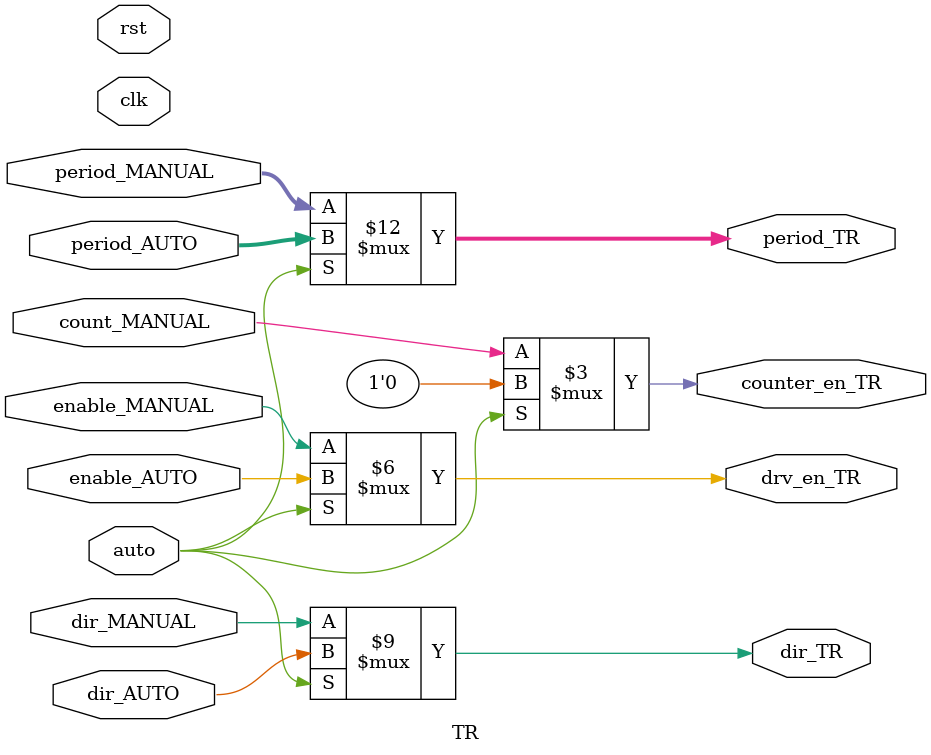
<source format=v>
module TR   // мультиплексор для определения ручного или автоматического режима TR
#(
    parameter WIDTH_TR       = 16
  )
(
    output reg                          drv_en_TR,      // разрешение работы ШД в режиме TX
                                        dir_TR,         // направление вращения режим TX
                                        counter_en_TR,  // разрешение счетчику заданного количества импульсов        
    
    output reg [WIDTH_TR-1:0]           period_TR,      // период импульсов, в PULSE

    input wire                          clk,
                                        rst,

    input                               dir_AUTO,
                                        dir_MANUAL,
                                        auto,
                                        enable_AUTO,
                                        enable_MANUAL,
                                        count_MANUAL,
                                        
    input [WIDTH_TR-1:0]                period_AUTO,
                                        period_MANUAL                                    

);

always @(*)
    begin
        if (auto) // режим AUTO
            begin 
                period_TR       = period_AUTO;
                dir_TR          = dir_AUTO;
                drv_en_TR       = enable_AUTO;
                counter_en_TR   = 1'b0;
            end
        else      // режим MANUAL
            begin
                period_TR       = period_MANUAL;
                dir_TR          = dir_MANUAL;
                drv_en_TR       = enable_MANUAL;
                counter_en_TR   = count_MANUAL; 
            end    
    end            

endmodule

</source>
